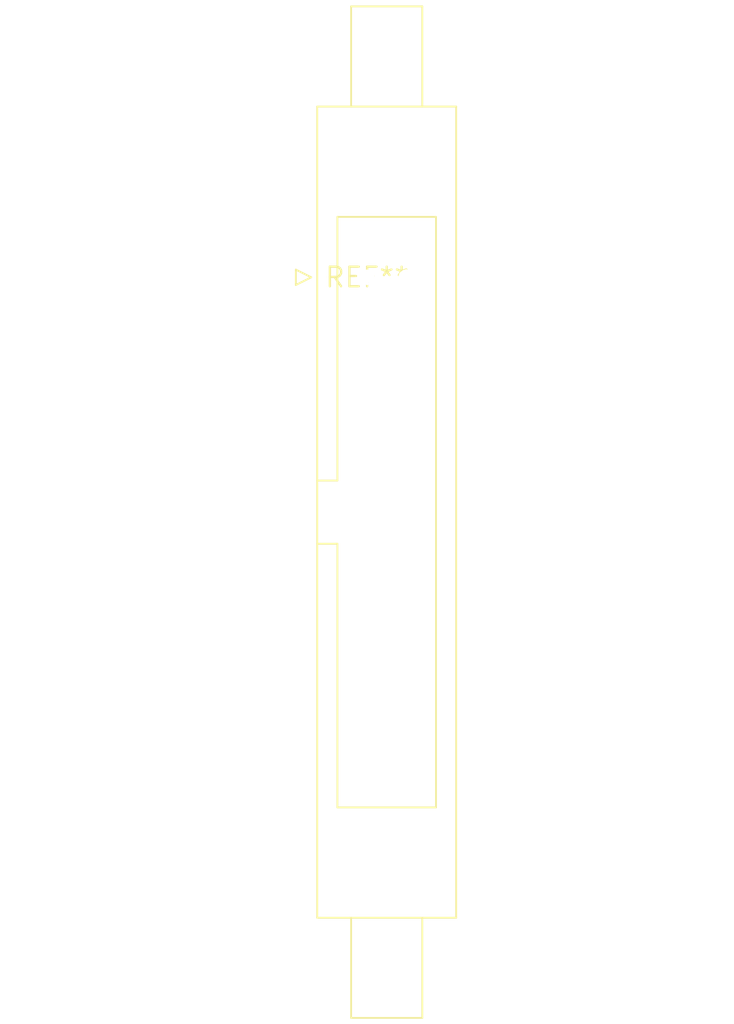
<source format=kicad_pcb>
(kicad_pcb (version 20240108) (generator pcbnew)
  (layers (0 "F.Cu" signal) (31 "B.Cu" signal) (34 "B.Paste" user) (35 "F.Paste" user) (36 "B.SilkS" user "B.Silkscreen") (37 "F.SilkS" user "F.Silkscreen") (38 "B.Mask" user) (39 "F.Mask" user) (44 "Edge.Cuts" user))
  (net 0 "")
  (footprint "IDC-Header_2x13_P2.54mm_Latch6.5mm_Vertical" (layer "F.Cu") (at 0 0)
    (property "Reference" "REF**")
    (property "Value" "IDC-Header_2x13_P2.54mm_Latch6.5mm_Vertical")
    (fp_line (start -4.63 -0.5) (end -4.63 0.5) (layer "F.SilkS") (stroke (width 0.12)))
    (fp_line (start -4.63 0.5) (end -3.63 0) (layer "F.SilkS") (stroke (width 0.12)))
    (fp_line (start -3.63 0) (end -4.63 -0.5) (layer "F.SilkS") (stroke (width 0.12)))
    (fp_line (start -3.24 -11.08) (end 5.78 -11.08) (layer "F.SilkS") (stroke (width 0.12)))
    (fp_line (start -3.24 13.19) (end -1.93 13.19) (layer "F.SilkS") (stroke (width 0.12)))
    (fp_line (start -3.24 41.56) (end -3.24 -11.08) (layer "F.SilkS") (stroke (width 0.12)))
    (fp_line (start -1.93 -3.92) (end 4.47 -3.92) (layer "F.SilkS") (stroke (width 0.12)))
    (fp_line (start -1.93 13.19) (end -1.93 -3.92) (layer "F.SilkS") (stroke (width 0.12)))
    (fp_line (start -1.93 17.29) (end -3.24 17.29) (layer "F.SilkS") (stroke (width 0.12)))
    (fp_line (start -1.93 17.29) (end -1.93 17.29) (layer "F.SilkS") (stroke (width 0.12)))
    (fp_line (start -1.93 34.4) (end -1.93 17.29) (layer "F.SilkS") (stroke (width 0.12)))
    (fp_line (start -1.04 -17.58) (end 3.58 -17.58) (layer "F.SilkS") (stroke (width 0.12)))
    (fp_line (start -1.04 -11.08) (end -1.04 -17.58) (layer "F.SilkS") (stroke (width 0.12)))
    (fp_line (start -1.04 41.56) (end -1.04 48.06) (layer "F.SilkS") (stroke (width 0.12)))
    (fp_line (start -1.04 48.06) (end 3.58 48.06) (layer "F.SilkS") (stroke (width 0.12)))
    (fp_line (start 3.58 -17.58) (end 3.58 -11.08) (layer "F.SilkS") (stroke (width 0.12)))
    (fp_line (start 3.58 48.06) (end 3.58 41.56) (layer "F.SilkS") (stroke (width 0.12)))
    (fp_line (start 4.47 -3.92) (end 4.47 34.4) (layer "F.SilkS") (stroke (width 0.12)))
    (fp_line (start 4.47 34.4) (end -1.93 34.4) (layer "F.SilkS") (stroke (width 0.12)))
    (fp_line (start 5.78 -11.08) (end 5.78 41.56) (layer "F.SilkS") (stroke (width 0.12)))
    (fp_line (start 5.78 41.56) (end -3.24 41.56) (layer "F.SilkS") (stroke (width 0.12)))
    (pad "1" thru_hole roundrect (at 0 0) (size 1.7 1.7) (drill 1) (layers *.Cu *.Mask) (remove_unused_layers) (roundrect_rratio 0.147059))
    (pad "2" thru_hole circle (at 2.54 0) (size 1.7 1.7) (drill 1) (layers *.Cu *.Mask) (remove_unused_layers))
    (pad "3" thru_hole circle (at 0 2.54) (size 1.7 1.7) (drill 1) (layers *.Cu *.Mask) (remove_unused_layers))
    (pad "4" thru_hole circle (at 2.54 2.54) (size 1.7 1.7) (drill 1) (layers *.Cu *.Mask) (remove_unused_layers))
    (pad "5" thru_hole circle (at 0 5.08) (size 1.7 1.7) (drill 1) (layers *.Cu *.Mask) (remove_unused_layers))
    (pad "6" thru_hole circle (at 2.54 5.08) (size 1.7 1.7) (drill 1) (layers *.Cu *.Mask) (remove_unused_layers))
    (pad "7" thru_hole circle (at 0 7.62) (size 1.7 1.7) (drill 1) (layers *.Cu *.Mask) (remove_unused_layers))
    (pad "8" thru_hole circle (at 2.54 7.62) (size 1.7 1.7) (drill 1) (layers *.Cu *.Mask) (remove_unused_layers))
    (pad "9" thru_hole circle (at 0 10.16) (size 1.7 1.7) (drill 1) (layers *.Cu *.Mask) (remove_unused_layers))
    (pad "10" thru_hole circle (at 2.54 10.16) (size 1.7 1.7) (drill 1) (layers *.Cu *.Mask) (remove_unused_layers))
    (pad "11" thru_hole circle (at 0 12.7) (size 1.7 1.7) (drill 1) (layers *.Cu *.Mask) (remove_unused_layers))
    (pad "12" thru_hole circle (at 2.54 12.7) (size 1.7 1.7) (drill 1) (layers *.Cu *.Mask) (remove_unused_layers))
    (pad "13" thru_hole circle (at 0 15.24) (size 1.7 1.7) (drill 1) (layers *.Cu *.Mask) (remove_unused_layers))
    (pad "14" thru_hole circle (at 2.54 15.24) (size 1.7 1.7) (drill 1) (layers *.Cu *.Mask) (remove_unused_layers))
    (pad "15" thru_hole circle (at 0 17.78) (size 1.7 1.7) (drill 1) (layers *.Cu *.Mask) (remove_unused_layers))
    (pad "16" thru_hole circle (at 2.54 17.78) (size 1.7 1.7) (drill 1) (layers *.Cu *.Mask) (remove_unused_layers))
    (pad "17" thru_hole circle (at 0 20.32) (size 1.7 1.7) (drill 1) (layers *.Cu *.Mask) (remove_unused_layers))
    (pad "18" thru_hole circle (at 2.54 20.32) (size 1.7 1.7) (drill 1) (layers *.Cu *.Mask) (remove_unused_layers))
    (pad "19" thru_hole circle (at 0 22.86) (size 1.7 1.7) (drill 1) (layers *.Cu *.Mask) (remove_unused_layers))
    (pad "20" thru_hole circle (at 2.54 22.86) (size 1.7 1.7) (drill 1) (layers *.Cu *.Mask) (remove_unused_layers))
    (pad "21" thru_hole circle (at 0 25.4) (size 1.7 1.7) (drill 1) (layers *.Cu *.Mask) (remove_unused_layers))
    (pad "22" thru_hole circle (at 2.54 25.4) (size 1.7 1.7) (drill 1) (layers *.Cu *.Mask) (remove_unused_layers))
    (pad "23" thru_hole circle (at 0 27.94) (size 1.7 1.7) (drill 1) (layers *.Cu *.Mask) (remove_unused_layers))
    (pad "24" thru_hole circle (at 2.54 27.94) (size 1.7 1.7) (drill 1) (layers *.Cu *.Mask) (remove_unused_layers))
    (pad "25" thru_hole circle (at 0 30.48) (size 1.7 1.7) (drill 1) (layers *.Cu *.Mask) (remove_unused_layers))
    (pad "26" thru_hole circle (at 2.54 30.48) (size 1.7 1.7) (drill 1) (layers *.Cu *.Mask) (remove_unused_layers))
  )
)
</source>
